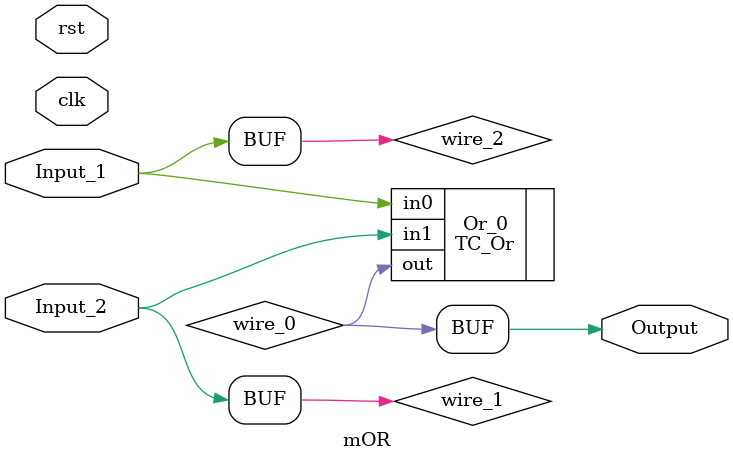
<source format=v>
module mOR (clk, rst, Input_1, Input_2, Output);
  parameter UUID = 0;
  parameter NAME = "";
  input wire clk;
  input wire rst;

  input  wire [0:0] Input_1;
  input  wire [0:0] Input_2;
  output  wire [0:0] Output;

  TC_Or # (.UUID(64'd4288075946656768810 ^ UUID), .BIT_WIDTH(64'd1)) Or_0 (.in0(wire_2), .in1(wire_1), .out(wire_0));

  wire [0:0] wire_0;
  assign Output = wire_0;
  wire [0:0] wire_1;
  assign wire_1 = Input_2;
  wire [0:0] wire_2;
  assign wire_2 = Input_1;

endmodule

</source>
